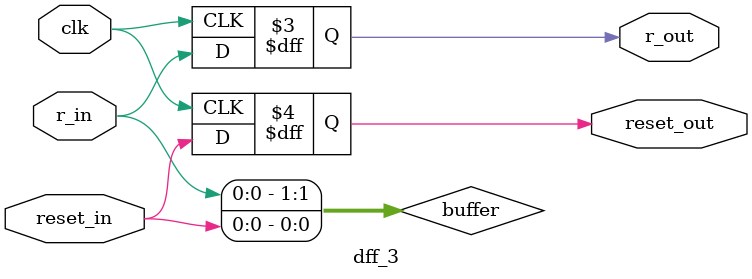
<source format=sv>
module dff_3(
		output logic r_out, reset_out
		,input logic r_in, reset_in, clk
	);

	logic [1:0] buffer;
	
	always_comb begin
		buffer = {r_in, reset_in};
	end
	
	always_ff @(posedge clk) begin
		r_out <= buffer[1];
		reset_out <= buffer[0];
	end
	
endmodule  // dff_3
</source>
